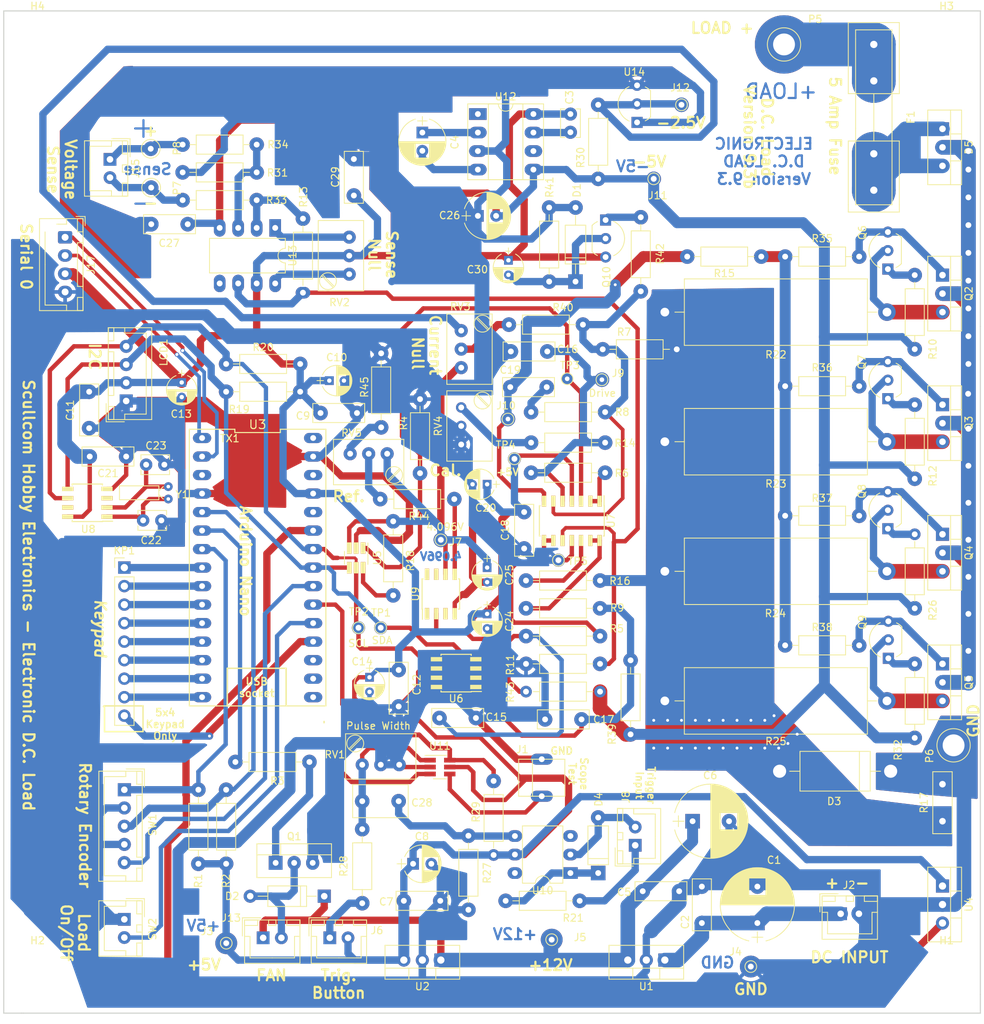
<source format=kicad_pcb>
(kicad_pcb
	(version 20240108)
	(generator "pcbnew")
	(generator_version "8.0")
	(general
		(thickness 1.6)
		(legacy_teardrops no)
	)
	(paper "A4")
	(layers
		(0 "F.Cu" signal)
		(1 "In1.Cu" signal)
		(2 "In2.Cu" signal)
		(31 "B.Cu" signal)
		(32 "B.Adhes" user "B.Adhesive")
		(33 "F.Adhes" user "F.Adhesive")
		(34 "B.Paste" user)
		(35 "F.Paste" user)
		(36 "B.SilkS" user "B.Silkscreen")
		(37 "F.SilkS" user "F.Silkscreen")
		(38 "B.Mask" user)
		(39 "F.Mask" user)
		(40 "Dwgs.User" user "User.Drawings")
		(41 "Cmts.User" user "User.Comments")
		(42 "Eco1.User" user "User.Eco1")
		(43 "Eco2.User" user "User.Eco2")
		(44 "Edge.Cuts" user)
		(45 "Margin" user)
		(46 "B.CrtYd" user "B.Courtyard")
		(47 "F.CrtYd" user "F.Courtyard")
		(48 "B.Fab" user)
		(49 "F.Fab" user)
	)
	(setup
		(stackup
			(layer "F.SilkS"
				(type "Top Silk Screen")
			)
			(layer "F.Paste"
				(type "Top Solder Paste")
			)
			(layer "F.Mask"
				(type "Top Solder Mask")
				(thickness 0.01)
			)
			(layer "F.Cu"
				(type "copper")
				(thickness 0.035)
			)
			(layer "dielectric 1"
				(type "prepreg")
				(thickness 0.1)
				(material "FR4")
				(epsilon_r 4.5)
				(loss_tangent 0.02)
			)
			(layer "In1.Cu"
				(type "copper")
				(thickness 0.035)
			)
			(layer "dielectric 2"
				(type "core")
				(thickness 1.24)
				(material "FR4")
				(epsilon_r 4.5)
				(loss_tangent 0.02)
			)
			(layer "In2.Cu"
				(type "copper")
				(thickness 0.035)
			)
			(layer "dielectric 3"
				(type "prepreg")
				(thickness 0.1)
				(material "FR4")
				(epsilon_r 4.5)
				(loss_tangent 0.02)
			)
			(layer "B.Cu"
				(type "copper")
				(thickness 0.035)
			)
			(layer "B.Mask"
				(type "Bottom Solder Mask")
				(thickness 0.01)
			)
			(layer "B.Paste"
				(type "Bottom Solder Paste")
			)
			(layer "B.SilkS"
				(type "Bottom Silk Screen")
			)
			(copper_finish "None")
			(dielectric_constraints no)
		)
		(pad_to_mask_clearance 0.1)
		(allow_soldermask_bridges_in_footprints no)
		(pcbplotparams
			(layerselection 0x00010fc_80000001)
			(plot_on_all_layers_selection 0x0000000_00000000)
			(disableapertmacros no)
			(usegerberextensions yes)
			(usegerberattributes yes)
			(usegerberadvancedattributes yes)
			(creategerberjobfile yes)
			(dashed_line_dash_ratio 12.000000)
			(dashed_line_gap_ratio 3.000000)
			(svgprecision 4)
			(plotframeref no)
			(viasonmask no)
			(mode 1)
			(useauxorigin no)
			(hpglpennumber 1)
			(hpglpenspeed 20)
			(hpglpendiameter 15.000000)
			(pdf_front_fp_property_popups yes)
			(pdf_back_fp_property_popups yes)
			(dxfpolygonmode yes)
			(dxfimperialunits yes)
			(dxfusepcbnewfont yes)
			(psnegative no)
			(psa4output no)
			(plotreference yes)
			(plotvalue yes)
			(plotfptext yes)
			(plotinvisibletext no)
			(sketchpadsonfab no)
			(subtractmaskfromsilk no)
			(outputformat 1)
			(mirror no)
			(drillshape 0)
			(scaleselection 1)
			(outputdirectory "K:/YOU_TUBE/Electronic_DC_Load_Part9_3/DC_Load_PCB_ver9_3_gerber_files/")
		)
	)
	(net 0 "")
	(net 1 "Net-(U1-IN)")
	(net 2 "Net-(U12-OSC)")
	(net 3 "+5V")
	(net 4 "Net-(U12-CAP+)")
	(net 5 "Net-(U12-CAP-)")
	(net 6 "Net-(U6-CH1+)")
	(net 7 "+12V")
	(net 8 "Net-(U7B-+)")
	(net 9 "Net-(U6-CH2+)")
	(net 10 "Net-(U8-X1)")
	(net 11 "Net-(C19-Pad1)")
	(net 12 "Net-(C19-Pad2)")
	(net 13 "Net-(U8-X2)")
	(net 14 "Net-(D1-K)")
	(net 15 "+4.096V")
	(net 16 "-5V")
	(net 17 "Net-(C28-Pad1)")
	(net 18 "Net-(C28-Pad2)")
	(net 19 "Net-(D2-A)")
	(net 20 "Net-(D3-A)")
	(net 21 "Net-(D4-K)")
	(net 22 "Net-(D4-A)")
	(net 23 "Net-(D5-A-Pad1)")
	(net 24 "Net-(F1-Pad1)")
	(net 25 "Net-(J1-Pad1)")
	(net 26 "Net-(J6-Pad1)")
	(net 27 "Net-(J8-Pad1)")
	(net 28 "-2V5")
	(net 29 "Net-(D5-K)")
	(net 30 "Net-(KP1-R1)")
	(net 31 "Net-(KP1-R2)")
	(net 32 "Net-(KP1-R3)")
	(net 33 "Net-(KP1-R4)")
	(net 34 "Net-(KP1-C1)")
	(net 35 "Net-(KP1-C2)")
	(net 36 "Net-(KP1-C3)")
	(net 37 "Net-(KP1-C4)")
	(net 38 "Net-(LCD1-SDA)")
	(net 39 "Net-(LCD1-SCL)")
	(net 40 "Net-(Q1-B)")
	(net 41 "Net-(Q2-G)")
	(net 42 "Net-(Q2-S)")
	(net 43 "Net-(Q3-G)")
	(net 44 "Net-(Q3-S)")
	(net 45 "Net-(Q4-G)")
	(net 46 "Net-(Q4-S)")
	(net 47 "Net-(Q5-G)")
	(net 48 "Net-(Q5-S)")
	(net 49 "Net-(Q6-E)")
	(net 50 "Net-(Q7-E)")
	(net 51 "Net-(Q8-E)")
	(net 52 "Net-(Q9-E)")
	(net 53 "Net-(Q10-E)")
	(net 54 "Net-(SW1-A)")
	(net 55 "Net-(SW1-B)")
	(net 56 "LoadOff")
	(net 57 "Net-(U3-(int3)#D3)")
	(net 58 "Net-(R13-Pad1)")
	(net 59 "Net-(R15-Pad1)")
	(net 60 "Net-(U5-OUT)")
	(net 61 "Net-(R31-Pad2)")
	(net 62 "Net-(R40-Pad1)")
	(net 63 "Net-(RV2-Pad1)")
	(net 64 "Net-(RV2-Pad3)")
	(net 65 "Net-(U7C--)")
	(net 66 "Net-(U7A--)")
	(net 67 "Net-(U7D--)")
	(net 68 "Net-(U7C-+)")
	(net 69 "Net-(U7D-+)")
	(net 70 "Net-(U5-A0)")
	(net 71 "Net-(U3-A2)")
	(net 72 "Net-(U9-Trim)")
	(net 73 "Net-(U3-A3)")
	(net 74 "Net-(J15-Pad1)")
	(net 75 "Net-(J15-Pad2)")
	(net 76 "Net-(R14-Pad2)")
	(net 77 "Net-(R44-Pad1)")
	(net 78 "Net-(U3-A1)")
	(net 79 "Net-(R45-Pad1)")
	(net 80 "unconnected-(U3-Vin-Pad30)")
	(net 81 "Net-(J17-Pin_1)")
	(net 82 "Net-(J17-Pin_2)")
	(net 83 "unconnected-(U3-RST-Pad28)")
	(net 84 "unconnected-(U3-RST-Pad3)")
	(net 85 "unconnected-(U3-A7-Pad26)")
	(net 86 "Net-(U3-A6)")
	(net 87 "unconnected-(U3-Aref-Pad18)")
	(net 88 "unconnected-(U3-3V3-Pad17)")
	(net 89 "unconnected-(U3-(led)(SCK)D13-Pad16)")
	(net 90 "unconnected-(U8-Vbat-Pad3)")
	(net 91 "unconnected-(U8-MFP-Pad7)")
	(net 92 "unconnected-(U9-DNC-Pad1)")
	(net 93 "unconnected-(U9-Temp-Pad3)")
	(net 94 "unconnected-(U9-NC-Pad7)")
	(net 95 "unconnected-(U9-DNC-Pad8)")
	(net 96 "unconnected-(U10-NC-Pad3)")
	(net 97 "unconnected-(U10-Pad6)")
	(net 98 "unconnected-(U12-NC-Pad1)")
	(net 99 "unconnected-(U12-LV-Pad6)")
	(net 100 "GNDPWR")
	(net 101 "/A0")
	(footprint "Capacitors_THT:CP_Radial_D10.0mm_P5.00mm" (layer "F.Cu") (at 141.224 156.718 90))
	(footprint "Capacitors_THT:C_Disc_D7.0mm_W2.5mm_P5.00mm" (layer "F.Cu") (at 133.604 156.718 90))
	(footprint "Capacitors_THT:C_Disc_D3.8mm_W2.6mm_P2.50mm" (layer "F.Cu") (at 115.57 45.72 -90))
	(footprint "Capacitors_THT:CP_Radial_D6.3mm_P2.50mm" (layer "F.Cu") (at 95.25 48.26 -90))
	(footprint "Capacitors_THT:C_Disc_D7.0mm_W2.5mm_P5.00mm" (layer "F.Cu") (at 125.4906 152.3492))
	(footprint "Capacitors_THT:CP_Radial_D10.0mm_P5.00mm" (layer "F.Cu") (at 132.334 142.748))
	(footprint "Capacitors_THT:C_Disc_D7.0mm_W2.5mm_P5.00mm" (layer "F.Cu") (at 92.71 153.67))
	(footprint "Capacitors_THT:CP_Radial_D5.0mm_P2.50mm" (layer "F.Cu") (at 93.98 148.59))
	(footprint "Capacitors_THT:C_Disc_D7.0mm_W2.5mm_P5.00mm" (layer "F.Cu") (at 81.28 86.741))
	(footprint "Capacitors_THT:CP_Radial_D4.0mm_P2.00mm" (layer "F.Cu") (at 82.4865 82.296))
	(footprint "Capacitors_THT:C_Disc_D7.0mm_W2.5mm_P5.00mm" (layer "F.Cu") (at 49.53 83.82 -90))
	(footprint "Capacitors_THT:C_Disc_D7.0mm_W2.5mm_P5.00mm" (layer "F.Cu") (at 92 122 -90))
	(footprint "Capacitors_THT:CP_Radial_D4.0mm_P2.00mm"
		(layer "F.Cu")
		(uuid "00000000-0000-0000-0000-0000594d35ad")
		(at 62.23 82.55 -90)
		(descr "CP, Radial series, Radial, pin pitch=2.00mm, , diameter=4mm, Electrolytic Capacitor")
		(tags "CP Radial series Radial pin pitch 2.00mm  diameter 4mm Electrolytic Capacitor")
		(property "Reference" "C13"
			(at 4.318 0.0635 0)
			(layer "F.SilkS")
			(uuid "b4ff5b51-6917-4fdd-9a4e-43856689bfba")
			(effects
				(font
					(size 1 1)
					(thickness 0.15)
				)
			)
		)
		(property "Value" "10uF"
			(at 1 3.06 -90)
			(layer "F.Fab")
			(uuid "1102ca2b-0bd1-4a7c-8379-9a840e3d2245")
			(effects
				(font
					(size 1 1)
					(thickness 0.15)
				)
			)
		)
		(property "Footprint" "Capacitors_THT:CP_Radial_D4.0mm_P2.00mm"
			(at 0 0 -90)
			(unlocked yes)
			(layer "F.Fab")
			(hide yes)
			(uuid "2b65cf49-ee1b-405c-a62b-4e2ac7a008d8")
			(effects
				(font
					(size 1.27 1.27)
				)
			)
		)
		(property "Datasheet" ""
			(at 0 0 -90)
			(unlocked yes)
			(layer "F.Fab")
			(hide yes)
			(uuid "f373164e-dbf5-4973-b58f-7ae51a3758ac")
			(effects
				(font
					(size 1.27 1.27)
				)
			)
		)
		(property "Description" ""
			(at 0 0 -90)
			(unlocked yes)
			(layer "F.Fab")
			(hide yes)
			(uuid "34caf6dd-8b54-4f71-932b-61d5c9f33c2b")
			(effects
				(font
					(size 1.27 1.27)
				)
			)
		)
		(property ki_fp_filters "CP_*")
		(path "/00000000-0000-0000-0000-0000594aac09")
		(sheetname "Root")
		(sheetfile "Electronic_DC_Load.kicad_sch")
		(attr through_hole)
		(fp_line
			(start 1.24 0.78)
			(end 1.24 2.037)
			(stroke
				(width 0.12)
				(type solid)
			)
			(layer "F.SilkS")
			(uuid "082aad86-b1b3-4def-bdf8-a63ac044f724")
		)
		(fp_line
			(start 1.28 0.78)
			(end 1.28 2.032)
			(stroke
				(width 0.12)
				(type solid)
			)
			(layer "F.SilkS")
			(uuid "7dfa00bf-d3e8-4d0a-abd5-cd743059db61")
		)
		(fp_line
			(start 1.32 0.78)
			(end 1.32 2.026)
			(stroke
				(width 0.12)
				(type solid)
			)
			(layer "F.SilkS")
			(uuid "ce909445-71f2-436a-9ed4-1030032815f8")
		)
		(fp_line
			(start 1.36 0.78)
			(end 1.36 2.019)
			(stroke
				(width 0.12)
				(type solid)
			)
			(layer "F.SilkS")
			(uuid "7fc991aa-21b5-491f-827d-930edc040903")
		)
		(fp_line
			(start 1.4 0.78)
			(end 1.4 2.012)
			(stroke
				(width 0.12)
				(type solid)
			)
			(layer "F.SilkS")
			(uuid "f4f15d38-1455-4f2c-a2e6-bfbfe69ff71b")
		)
		(fp_line
			(start 1.44 0.78)
			(end 1.44 2.004)
			(stroke
				(width 0.12)
				(type solid)
			)
			(layer "F.SilkS")
			(uuid "4d227e6e-4482-4047-a3e3-57c428c377f6")
		)
		(fp_line
			(start 1.48 0.78)
			(end 1.48 1.995)
			(stroke
				(width 0.12)
				(type solid)
			)
			(layer "F.SilkS")
			(uuid "794f65cf-e3fa-4b5e-846f-fcacff134031")
		)
		(fp_line
			(start 1.52 0.78)
			(end 1.52 1.985)
			(stroke
				(width 0.12)
				(type solid)
			)
			(layer "F.SilkS")
			(uuid "b2ff3ed3-a63e-4551-b3b4-0b8f3c7e4cfa")
		)
		(fp_line
			(start 1.56 0.78)
			(end 1.56 1.974)
			(stroke
				(width 0.12)
				(type solid)
			)
			(layer "F.SilkS")
			(uuid "ab8e7798-2c45-49a1-9298-629814cebbfd")
		)
		(fp_line
			(start 1.6 0.78)
			(end 1.6 1.963)
			(stroke
				(width 0.12)
				(type solid)
			)
			(layer "F.SilkS")
			(uuid "2198e40c-0b5e-4723-b203-feedd67fd922")
		)
		(fp_line
			(start 1.64 0.78)
			(end 1.64 1.95)
			(stroke
				(width 0.12)
				(type solid)
			)
			(layer "F.SilkS")
			(uuid "dc39a3db-6b47-427d-b3dc-aa01fd12492e")
		)
		(fp_line
			(start 1.68 0.78)
			(end 1.68 1.937)
			(stroke
				(width 0.12)
				(type solid)
			)
			(layer "F.SilkS")
			(uuid "41b46339-8e2b-449a-a185-596010d42fbb")
		)
		(fp_line
			(start 1.721 0.78)
			(end 1.721 1.923)
			(stroke
				(width 0.12)
				(type solid)
			)
			(layer "F.SilkS")
			(uuid "9f4db263-3337-431c-82f7-62a5ad8227e4")
		)
		(fp_line
			(start 1.761 0.78)
			(end 1.761 1.907)
			(stroke
				(width 0.12)
				(type solid)
			)
			(layer "F.SilkS")
			(uuid "84075707-b459-415f-bf14-e45c6e0b1ce9")
		)
		(fp_line
			(start 1.801 0.78)
			(end 1.801 1.891)
			(stroke
				(width 0.12)
				(type solid)
			)
			(layer "F.SilkS")
			(uuid "7a7d92a4-5862-42dd-b2c9-0b9645cdeb76")
		)
		(fp_line
			(start 1.841 0.78)
			(end 1.841 1.874)
			(stroke
				(width 0.12)
				(type solid)
			)
			(layer "F.SilkS")
			(uuid "c1cf9a69-cfb7-407b-85d0-8e803a9bb33f")
		)
		(fp_line
			(start 1.881 0.78)
			(end 1.881 1.856)
			(stroke
				(width 0.12)
				(type solid)
			)
			(layer "F.SilkS")
			(uuid "b6968317-6473-4fe9-b14f-f2961f4d6825")
		)
		(fp_line
			(start 1.921 0.78)
			(end 1.921 1.837)
			(stroke
				(width 0.12)
				(type solid)
			)
			(layer "F.SilkS")
			(uuid "80c3e437-b515-4834-8721-6a491ad73e18")
		)
		(fp_line
			(start 1.961 0.78)
			(end 1.961 1.817)
			(stroke
				(width 0.12)
				(type solid)
			)
			(layer "F.SilkS")
			(uuid "ad4cc76e-f3ac-4a60-bd1e-7bb0109810f9")
		)
		(fp_line
			(start 2.001 0.78)
			(end 2.001 1.796)
			(stroke
				(width 0.12)
				(type solid)
			)
			(layer "F.SilkS")
			(uuid "37b76843-1bf4-44a2-875b-3d170bd6566e")
		)
		(fp_line
			(start 2.041 0.78)
			(end 2.041 1.773)
			(stroke
				(width 0.12)
				(type solid)
			)
			(layer "F.SilkS")
			(uuid "16231d4d-f552-46df-8658-8df5e19f170d")
		)
		(fp_line
			(start 2.081 0.78)
			(end 2.081 1.75)
			(stroke
				(width 0.12)
				(type solid)
			)
			(layer "F.SilkS")
			(uuid "92f45ffd-72ad-4e45-a2b8-f4322bf2defe")
		)
		(fp_line
			(start 2.121 0.78)
			(end 2.121 1.725)
			(stroke
				(width 0.12)
				(type solid)
			)
			(layer "F.SilkS")
			(uuid "cb65a997-ea08-4f1f-8492-53bf37cba6e9")
		)
		(fp_line
			(start 2.161 0.78)
			(end 2.161 1.699)
			(stroke
				(width 0.12)
				(type solid)
			)
			(layer "F.SilkS")
			(uuid "767d1f9a-0757-4b88-81b5-5908e0251d22")
		)
		(fp_line
			(start 2.201 0.78)
			(end 2.201 1.672)
			(stroke
				(width 0.12)
				(type solid)
			)
			(layer "F.SilkS")
			(uuid "1dda9247-8ba8-401d-b9dd-321cf8141975")
		)
		(fp_line
			(start 2.241 0.78)
			(end 2.241 1.643)
			(stroke
				(width 0.12)
				(type solid)
			)
			(layer "F.SilkS")
			(uuid "b6f27d60-97ab-4e28-9bbe-a30103bccce2")
		)
		(fp_line
			(start 2.281 0.78)
			(end 2.281 1.613)
			(stroke
				(width 0.12)
				(type solid)
			)
			(layer "F.SilkS")
			(uuid "5208ca21-8b18-42aa-a2f8-6d714effe7c9")
		)
		(fp_line
			(start 2.321 0.78)
			(end 2.321 1.581)
			(stroke
				(width 0.12)
				(type solid)
			)
			(layer "F.SilkS")
			(uuid "b662d1b2-b18d-43a3-b4aa-6675637b9050")
		)
		(fp_line
			(start 2.361 0.78)
			(end 2.361 1.547)
			(stroke
				(width 0.12)
				(type solid)
			)
			(layer "F.SilkS")
			(uuid "3baa1674-6c50-4f4b-805b-7fc313c3d585")
		)
		(fp_line
			(start 2.401 0.78)
			(end 2.401 1.512)
			(stroke
				(width 0.12)
				(type solid)
			)
			(layer "F.SilkS")
			(uuid "19201709-44a4-44f8-a2cc-d77157a39f16")
		)
		(fp_line
			(start 2.441 0.78)
			(end 2.441 1.475)
			(stroke
				(width 0.12)
				(type solid)
			)
			(layer "F.SilkS")
			(uuid "158c2e35-93d8-4c9a-a48f-f933184e50e9")
		)
		(fp_line
			(start 2.481 0.78)
			(end 2.481 1.436)
			(stroke
				(width 0.12)
				(type solid)
			)
			(layer "F.SilkS")
			(uuid "46d9cfb8-8bf4-474a-9126-167065d6bda0")
		)
		(fp_line
			(start 2.521 0.78)
			(end 2.521 1.395)
			(stroke
				(width 0.12)
				(type solid)
			)
			(layer "F.SilkS")
			(uuid "f868354c-8b0f-471b-922f-7f3a76cca172")
		)
		(fp_line
			(start 2.561 0.78)
			(end 2.561 1.351)
			(stroke
				(width 0.12)
				(type solid)
			)
			(layer "F.SilkS")
			(uuid "73b33a17-640e-451c-a96e-1729bd263b7f")
		)
		(fp_line
			(start 2.601 0.78)
			(end 2.601 1.305)
			(stroke
				(width 0.12)
				(type solid)
			)
			(layer "F.SilkS")
			(uuid "18ceaab9-4959-49e6-8078-9958af7e9aca")
		)
		(fp_line
			(start 2.641 0.78)
			(end 2.641 1.256)
			(stroke
				(width 0.12)
				(type solid)
			)
			(layer "F.SilkS")
			(uuid "3fa4a030-82f4-4455-9255-e694ca21289a")
		)
		(fp_line
			(start 2.681 0.78)
			(end 2.681 1.204)
			(stroke
				(width 0.12)
				(type solid)
			)
			(layer "F.SilkS")
			(uuid "5c973a55-3d4e-4da7-8515-95d524442798")
		)
		(fp_line
			(start 2.721 0.78)
			(end 2.721 1.148)
			(stroke
				(width 0.12)
				(type solid)
			)
			(layer "F.SilkS")
			(uuid "cd9eee00-1820-47ad-85b3-56d2abc80714")
		)
		(fp_line
			(start 2.761 0.78)
			(end 2.761 1.088)
			(stroke
				(width 0.12)
				(type solid)
			)
			(layer "F.SilkS")
			(uuid "579a9b82-e8ee-4390-b63a-d3e9a84e40ec")
		)
		(fp_line
			(start -1.7 0)
			(end -0.8 0)
			(stroke
				(width 0.12)
				(type solid)
			)
			(layer "F.SilkS")
			(uuid "d4e805e8-1139-4c3d-a49f-43be055a6c26")
		)
		(fp_line
			(start 3.081 -0.165)
			(end 3.081 0.165)
			(stroke
				(width 0.12)
				(type solid)
			)
			(layer "F.SilkS")
			(uuid "6a98da9f-5025-4582-bf06-ad0319e92269")
		)
		(fp_line
			(start 3.041 -0.415)
			(end 3.041 0.415)
			(stroke
				(width 0.12)
				(type solid)
			)
			(layer "F.SilkS")
			(uuid "f495583e-6bc6-4e7d-bbe7-74087fbd4194")
		)
		(fp_line
			(start -1.25 -0.45)
			(end -1.25 0.45)
			(stroke
				(width 0.12)
				(type solid)
			)
			(layer "F.SilkS")
			(uuid "ba897bff-f576-43e5-9afc-4503a321ca83")
		)
		(fp_line
			(start 3.001 -0.567)
			(end 3.001 0.567)
			(stroke
				(width 0.12)
				(type solid)
			)
			(layer "F.SilkS")
			(uuid "ab354cbc-dee2-4075-bbea-8e5dc1257610")
		)
		(fp_line
			(start 2.961 -0.686)
			(end 2.961 0.686)
			(stroke
				(width 0.12)
				(type solid)
			)
			(layer "F.SilkS")
			(uuid "c525f33f-d488-4af4-ab97-ec8545ffa290")
		)
		(fp_line
			(start 2.921 -0.786)
			(end 2.921 0.786)
			(stroke
				(width 0.12)
				(type solid)
			)
			(layer "F.SilkS")
			(uuid "badd0fdc-223a-4377-991f-38321849b1a0")
		)
		(fp_line
			(start 2.881 -0.874)
			(end 2.881 0.874)
			(stroke
				(width 0.12)
				(type solid)
			)
			(layer "F.SilkS")
			(uuid "baf12d8b-f42f-4b63-a2a8-4f528a35be8d")
		)
		(fp_line
			(start 2.841 -0.952)
			(end 2.841 0.952)
			(stroke
				(width 0.12)
				(type solid)
			)
			(layer "F.SilkS")
			(uuid "2b693be3-6f29-49b9-9414-8fc1eddb59f5")
		)
		(fp_line
			(start 2.801 -1.023)
			(end 2.801 1.023)
			(stroke
				(width 0.12)
				(type solid)
			)
			(layer "F.SilkS")
			(uuid "3ad81916-6098-499d-b5e5-f95836613740")
		)
		(fp_line
			(start 2.761 -1.088)
			(end 2.761 -0.78)
			(stroke
				(width 0.12)
				(type solid)
			)
			(layer "F.SilkS")
			(uuid "49c857c8-01e0-4df0-b5a6-7b08b71b3ba7")
		)
		(fp_line
			(start 2.721 -1.148)
			(end 2.721 -0.78)
			(stroke
				(width 0.12)
				(type solid)
			)
			(layer "F.SilkS")
			(uuid "dc21f7b4-aefc-4d2c-a0bb-2e9fab021adc")
		)
		(fp_line
			(start 2.681 -1.204)
			(end 2.681 -0.78)
			(stroke
				(width 0.12)
				(type solid)
			)
			(layer "F.SilkS")
			(uuid "68844a25-1a1e-41ba-9dfa-4257e6cd92a2")
		)
		(fp_line
			(start 2.641 -1.256)
			(end 2.641 -0.78)
			(stroke
				(width 0.12)
				(type solid)
			)
			(layer "F.SilkS")
			(uuid "19c50869-010a-4e51-afdb-2ca0d8f859a7")
		)
		(fp_line
			(start 2.601 -1.305)
			(end 2.601 -0.78)
			(stroke
				(width 0.12)
				(type solid)
			)
			(layer "F.SilkS")
			(uuid "8b5d7913-adb2-4e53-8ace-7177061fe782")
		)
		(fp_line
			(start 2.561 -1.351)
			(end 2.561 -0.78)
			(stroke
				(width 0.12)
				(type solid)
			)
			(layer "F.SilkS")
			(uuid "522cd4ce-3c82-45e9-9388-5fc8f6972a04")
		)
		(fp_line
			(start 2.521 -1.395)
			(end 2.521 -0.78)
			(stroke
				(width 0.12)
				(type solid)
			)
			(layer "F.SilkS")
			(uuid "e8b7fe94-4994-4539-bd8b-cd1f7f01c978")
		)
		(fp_line
			(start 2.481 -1.436)
			(end 2.481 -0.78)
			(stroke
				(width 0.12)
				(type solid)
			)
			(layer "F.SilkS")
			(uuid "dee1021b-9f26-4499-ad63-d32f4fa5e97f")
		)
		(fp_line
			(start 2.441 -1.475)
			(end 2.441 -0.78)
			(stroke
				(width 0.12)
				(type solid)
			)
			(layer "F.SilkS")
			(uuid "2ef96367-3ff3-4e22-9eee-4732f7dc41ae")
		)
		(fp_line
			(start 2.401 -1.512)
			(end 2.401 -0.78)
			(stroke
				(width 0.12)
				(type solid)
			)
			(layer "F.SilkS")
			(uuid "2da9a9aa-2bd2-40bd-bff0-75917fffdd20")
		)
		(fp_line
			(start 2.361 -1.547)
			(end 2.361 -0.78)
			(stroke
				(width 0.12)
				(type solid)
			)
			(layer "F.SilkS")
			(uuid "fc0bfeee-e110-4e32-8778-67d2d1938436")
		)
		(fp_line
			(start 2.321 -1.581)
			(end 2.321 -0.78)
			(stroke
			
... [1134656 chars truncated]
</source>
